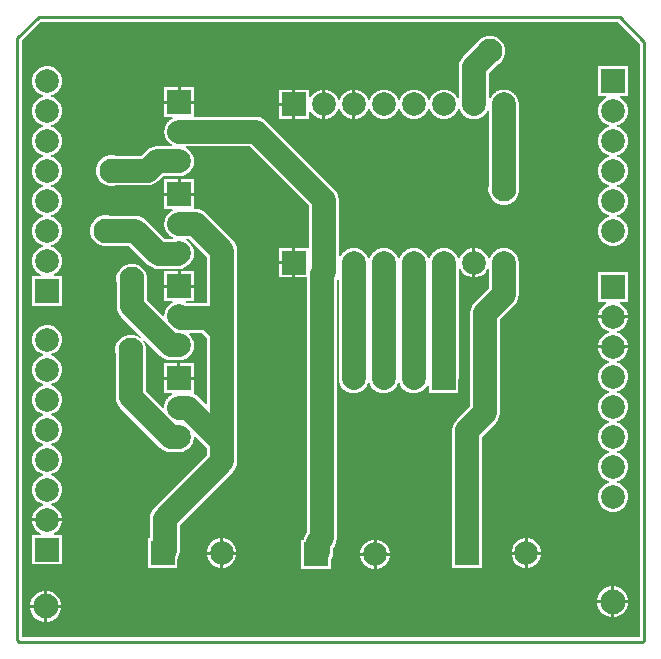
<source format=gbr>
G04*
G04 #@! TF.GenerationSoftware,Altium Limited,Altium Designer,22.4.2 (48)*
G04*
G04 Layer_Physical_Order=2*
G04 Layer_Color=16711680*
%FSLAX44Y44*%
%MOMM*%
G71*
G04*
G04 #@! TF.SameCoordinates,3517102E-CA2B-4814-AB3A-28068C8F3B0D*
G04*
G04*
G04 #@! TF.FilePolarity,Positive*
G04*
G01*
G75*
%ADD10C,2.0000*%
%ADD11C,2.0000*%
%ADD12R,2.0000X2.0000*%
%ADD13R,2.0000X2.0000*%
%ADD14C,2.1000*%
%ADD15C,0.2540*%
G36*
X1277115Y1056391D02*
Y553885D01*
X753885D01*
Y1059391D01*
X769609Y1075115D01*
X1258391D01*
X1277115Y1056391D01*
D02*
G37*
%LPC*%
G36*
X1008330Y1017540D02*
X1007949D01*
X1004760Y1016685D01*
X1001900Y1015034D01*
X999566Y1012700D01*
X998617Y1011056D01*
X996955Y1010719D01*
X996740Y1010882D01*
Y1017540D01*
X985470D01*
Y1005000D01*
Y992460D01*
X996740D01*
Y999118D01*
X996955Y999281D01*
X998617Y998944D01*
X999566Y997300D01*
X1001900Y994966D01*
X1004760Y993315D01*
X1007949Y992460D01*
X1008330D01*
Y1005000D01*
Y1017540D01*
D02*
G37*
G36*
X1151717Y1063040D02*
X1148283D01*
X1144967Y1062151D01*
X1141993Y1060435D01*
X1139565Y1058007D01*
X1138809Y1056696D01*
X1127656Y1045544D01*
X1125646Y1042924D01*
X1124383Y1039874D01*
X1123952Y1036600D01*
X1123952Y1036600D01*
Y1010533D01*
X1122682Y1010193D01*
X1121235Y1012700D01*
X1118900Y1015034D01*
X1116040Y1016685D01*
X1112851Y1017540D01*
X1109549D01*
X1106360Y1016685D01*
X1103500Y1015034D01*
X1101165Y1012700D01*
X1099515Y1009840D01*
X1099157Y1008507D01*
X1097843D01*
X1097485Y1009840D01*
X1095835Y1012700D01*
X1093500Y1015034D01*
X1090640Y1016685D01*
X1087451Y1017540D01*
X1084149D01*
X1080960Y1016685D01*
X1078100Y1015034D01*
X1075766Y1012700D01*
X1074115Y1009840D01*
X1073757Y1008507D01*
X1072443D01*
X1072085Y1009840D01*
X1070434Y1012700D01*
X1068100Y1015034D01*
X1065240Y1016685D01*
X1062051Y1017540D01*
X1058749D01*
X1055560Y1016685D01*
X1052700Y1015034D01*
X1050366Y1012700D01*
X1048715Y1009840D01*
X1048357Y1008507D01*
X1047043D01*
X1046685Y1009840D01*
X1045034Y1012700D01*
X1042700Y1015034D01*
X1039840Y1016685D01*
X1036651Y1017540D01*
X1036270D01*
Y1005000D01*
Y992460D01*
X1036651D01*
X1039840Y993315D01*
X1042700Y994966D01*
X1045034Y997300D01*
X1046685Y1000160D01*
X1047043Y1001493D01*
X1048357D01*
X1048715Y1000160D01*
X1050366Y997300D01*
X1052700Y994966D01*
X1055560Y993315D01*
X1058749Y992460D01*
X1062051D01*
X1065240Y993315D01*
X1068100Y994966D01*
X1070434Y997300D01*
X1072085Y1000160D01*
X1072443Y1001493D01*
X1073757D01*
X1074115Y1000160D01*
X1075766Y997300D01*
X1078100Y994966D01*
X1080960Y993315D01*
X1084149Y992460D01*
X1087451D01*
X1090640Y993315D01*
X1093500Y994966D01*
X1095835Y997300D01*
X1097485Y1000160D01*
X1097843Y1001493D01*
X1099157D01*
X1099515Y1000160D01*
X1101165Y997300D01*
X1103500Y994966D01*
X1106360Y993315D01*
X1109549Y992460D01*
X1112851D01*
X1116040Y993315D01*
X1118900Y994966D01*
X1121235Y997300D01*
X1122885Y1000160D01*
X1123209Y1001369D01*
X1124527Y1001379D01*
X1124700Y1000960D01*
X1124915Y1000160D01*
X1125329Y999442D01*
X1125646Y998676D01*
X1126151Y998018D01*
X1126565Y997300D01*
X1127152Y996714D01*
X1127656Y996056D01*
X1128314Y995552D01*
X1128900Y994966D01*
X1129618Y994551D01*
X1130276Y994046D01*
X1131042Y993729D01*
X1131760Y993315D01*
X1132561Y993100D01*
X1133326Y992783D01*
X1134148Y992675D01*
X1134949Y992460D01*
X1135778D01*
X1136600Y992352D01*
X1137422Y992460D01*
X1138251D01*
X1139052Y992675D01*
X1139874Y992783D01*
X1140639Y993100D01*
X1141440Y993315D01*
X1142158Y993729D01*
X1142924Y994046D01*
X1143582Y994551D01*
X1144300Y994966D01*
X1144886Y995552D01*
X1145544Y996056D01*
X1146048Y996714D01*
X1146635Y997300D01*
X1147049Y998018D01*
X1147554Y998676D01*
X1147871Y999442D01*
X1148082Y999807D01*
X1149352Y999467D01*
Y936179D01*
X1148960Y934717D01*
Y931283D01*
X1149849Y927967D01*
X1151565Y924993D01*
X1153993Y922565D01*
X1156967Y920849D01*
X1160283Y919960D01*
X1163717D01*
X1167033Y920849D01*
X1170007Y922565D01*
X1172435Y924993D01*
X1174151Y927967D01*
X1175040Y931283D01*
Y934717D01*
X1174648Y936179D01*
Y1005000D01*
X1174540Y1005822D01*
Y1006651D01*
X1174325Y1007452D01*
X1174217Y1008274D01*
X1173900Y1009040D01*
X1173685Y1009840D01*
X1173271Y1010558D01*
X1172954Y1011324D01*
X1172449Y1011982D01*
X1172035Y1012700D01*
X1171448Y1013286D01*
X1170944Y1013944D01*
X1170286Y1014448D01*
X1169700Y1015034D01*
X1168982Y1015449D01*
X1168324Y1015954D01*
X1167558Y1016271D01*
X1166840Y1016685D01*
X1166040Y1016900D01*
X1165274Y1017217D01*
X1164452Y1017325D01*
X1163651Y1017540D01*
X1162822D01*
X1162000Y1017648D01*
X1161178Y1017540D01*
X1160349D01*
X1159548Y1017325D01*
X1158726Y1017217D01*
X1157961Y1016900D01*
X1157160Y1016685D01*
X1156442Y1016271D01*
X1155676Y1015954D01*
X1155018Y1015449D01*
X1154300Y1015034D01*
X1153714Y1014448D01*
X1153056Y1013944D01*
X1152552Y1013286D01*
X1151965Y1012700D01*
X1151551Y1011982D01*
X1151046Y1011324D01*
X1150729Y1010558D01*
X1150518Y1010193D01*
X1149248Y1010533D01*
Y1031361D01*
X1156696Y1038809D01*
X1158007Y1039565D01*
X1160435Y1041993D01*
X1162151Y1044967D01*
X1163040Y1048283D01*
Y1051717D01*
X1162151Y1055033D01*
X1160435Y1058007D01*
X1158007Y1060435D01*
X1155033Y1062151D01*
X1151717Y1063040D01*
D02*
G37*
G36*
X1033730Y1017540D02*
X1033349D01*
X1030160Y1016685D01*
X1027300Y1015034D01*
X1024966Y1012700D01*
X1023315Y1009840D01*
X1022957Y1008507D01*
X1021643D01*
X1021285Y1009840D01*
X1019634Y1012700D01*
X1017300Y1015034D01*
X1014440Y1016685D01*
X1011251Y1017540D01*
X1010870D01*
Y1005000D01*
Y992460D01*
X1011251D01*
X1014440Y993315D01*
X1017300Y994966D01*
X1019634Y997300D01*
X1021285Y1000160D01*
X1021643Y1001493D01*
X1022957D01*
X1023315Y1000160D01*
X1024966Y997300D01*
X1027300Y994966D01*
X1030160Y993315D01*
X1033349Y992460D01*
X1033730D01*
Y1005000D01*
Y1017540D01*
D02*
G37*
G36*
X899540Y1019540D02*
X888270D01*
Y1008270D01*
X899540D01*
Y1019540D01*
D02*
G37*
G36*
X885730D02*
X874460D01*
Y1008270D01*
X885730D01*
Y1019540D01*
D02*
G37*
G36*
X982930Y1017540D02*
X971660D01*
Y1006270D01*
X982930D01*
Y1017540D01*
D02*
G37*
G36*
Y1003730D02*
X971660D01*
Y992460D01*
X982930D01*
Y1003730D01*
D02*
G37*
G36*
X899540Y1005730D02*
X887000D01*
X874460D01*
Y994460D01*
X880961D01*
X881442Y993271D01*
X880676Y992954D01*
X880018Y992449D01*
X879301Y992035D01*
X878714Y991449D01*
X878057Y990944D01*
X877552Y990286D01*
X876966Y989700D01*
X876551Y988982D01*
X876047Y988325D01*
X875729Y987559D01*
X875315Y986841D01*
X875100Y986040D01*
X874783Y985274D01*
X874675Y984452D01*
X874460Y983651D01*
Y982822D01*
X874352Y982000D01*
X874460Y981179D01*
Y980350D01*
X874675Y979549D01*
X874783Y978727D01*
X875100Y977961D01*
X875315Y977160D01*
X875729Y976442D01*
X876047Y975676D01*
X876551Y975018D01*
X876966Y974301D01*
X877552Y973715D01*
X878057Y973057D01*
X878714Y972552D01*
X879301Y971966D01*
X880018Y971551D01*
X880676Y971047D01*
X880986Y970918D01*
X880733Y969648D01*
X868333D01*
X868333Y969648D01*
X865060Y969217D01*
X862009Y967954D01*
X859389Y965944D01*
X855094Y961648D01*
X833179D01*
X831717Y962040D01*
X828283D01*
X824967Y961151D01*
X821993Y959435D01*
X819565Y957007D01*
X817849Y954033D01*
X816960Y950717D01*
Y947283D01*
X817849Y943967D01*
X819565Y940993D01*
X821993Y938565D01*
X824967Y936849D01*
X828283Y935960D01*
X831717D01*
X833179Y936352D01*
X860333D01*
X860333Y936352D01*
X863606Y936783D01*
X866657Y938046D01*
X869277Y940056D01*
X873572Y944352D01*
X887000D01*
X887822Y944460D01*
X888651D01*
X889452Y944675D01*
X890274Y944783D01*
X891040Y945100D01*
X891841Y945315D01*
X892558Y945729D01*
X893324Y946047D01*
X893982Y946551D01*
X894700Y946966D01*
X895286Y947552D01*
X895944Y948056D01*
X896449Y948714D01*
X897035Y949301D01*
X897449Y950018D01*
X897954Y950676D01*
X898271Y951442D01*
X898686Y952160D01*
X898900Y952961D01*
X899217Y953727D01*
X899326Y954548D01*
X899540Y955349D01*
Y956178D01*
X899648Y957000D01*
X899540Y957822D01*
Y958651D01*
X899326Y959452D01*
X899217Y960274D01*
X898900Y961040D01*
X898686Y961840D01*
X898271Y962558D01*
X897954Y963324D01*
X897449Y963982D01*
X897035Y964700D01*
X896449Y965286D01*
X895944Y965944D01*
X895286Y966449D01*
X894700Y967035D01*
X893982Y967449D01*
X893324Y967954D01*
X893015Y968082D01*
X893267Y969352D01*
X946760D01*
X996952Y919161D01*
Y884723D01*
X996740Y883540D01*
X985470D01*
Y871000D01*
Y858460D01*
X995352D01*
Y642741D01*
X994046Y641040D01*
X992783Y637990D01*
X992592Y636540D01*
X990460D01*
Y624822D01*
X990352Y624000D01*
X990460Y623178D01*
Y611460D01*
X1002178D01*
X1003000Y611352D01*
X1003822Y611460D01*
X1015540D01*
Y619137D01*
X1015954Y619676D01*
X1017217Y622727D01*
X1017648Y626000D01*
Y629691D01*
X1018954Y631392D01*
X1020217Y634442D01*
X1020648Y637716D01*
X1020648Y637716D01*
Y856555D01*
X1020882Y856770D01*
X1022152Y856214D01*
Y773000D01*
X1022260Y772178D01*
Y771349D01*
X1022475Y770548D01*
X1022583Y769726D01*
X1022900Y768960D01*
X1023115Y768160D01*
X1023529Y767442D01*
X1023846Y766676D01*
X1024351Y766018D01*
X1024765Y765300D01*
X1025352Y764714D01*
X1025856Y764056D01*
X1026514Y763552D01*
X1027100Y762965D01*
X1027818Y762551D01*
X1028476Y762046D01*
X1029242Y761729D01*
X1029960Y761315D01*
X1030760Y761100D01*
X1031526Y760783D01*
X1032348Y760675D01*
X1033149Y760460D01*
X1033978D01*
X1034800Y760352D01*
X1035622Y760460D01*
X1036451D01*
X1037252Y760675D01*
X1038074Y760783D01*
X1038839Y761100D01*
X1039640Y761315D01*
X1040358Y761729D01*
X1041124Y762046D01*
X1041782Y762551D01*
X1042500Y762965D01*
X1043086Y763552D01*
X1043744Y764056D01*
X1044248Y764714D01*
X1044835Y765300D01*
X1045249Y766018D01*
X1045754Y766676D01*
X1046071Y767442D01*
X1046485Y768160D01*
X1046700Y768960D01*
X1046813Y769233D01*
X1048187D01*
X1048300Y768960D01*
X1048515Y768160D01*
X1048929Y767442D01*
X1049246Y766676D01*
X1049751Y766018D01*
X1050165Y765300D01*
X1050752Y764714D01*
X1051256Y764056D01*
X1051914Y763552D01*
X1052500Y762965D01*
X1053218Y762551D01*
X1053876Y762046D01*
X1054642Y761729D01*
X1055360Y761315D01*
X1056161Y761100D01*
X1056926Y760783D01*
X1057748Y760675D01*
X1058549Y760460D01*
X1059378D01*
X1060200Y760352D01*
X1061022Y760460D01*
X1061851D01*
X1062652Y760675D01*
X1063474Y760783D01*
X1064240Y761100D01*
X1065040Y761315D01*
X1065758Y761729D01*
X1066524Y762046D01*
X1067182Y762551D01*
X1067900Y762965D01*
X1068486Y763552D01*
X1069144Y764056D01*
X1069648Y764714D01*
X1070235Y765300D01*
X1070649Y766018D01*
X1071154Y766676D01*
X1071471Y767442D01*
X1071885Y768160D01*
X1072100Y768960D01*
X1072213Y769233D01*
X1073587D01*
X1073700Y768960D01*
X1073915Y768160D01*
X1074329Y767442D01*
X1074646Y766676D01*
X1075151Y766018D01*
X1075565Y765300D01*
X1076152Y764714D01*
X1076656Y764056D01*
X1077314Y763552D01*
X1077900Y762965D01*
X1078618Y762551D01*
X1079276Y762046D01*
X1080042Y761729D01*
X1080760Y761315D01*
X1081561Y761100D01*
X1082326Y760783D01*
X1083148Y760675D01*
X1083949Y760460D01*
X1084778D01*
X1085600Y760352D01*
X1086422Y760460D01*
X1087251D01*
X1088052Y760675D01*
X1088874Y760783D01*
X1089640Y761100D01*
X1090440Y761315D01*
X1091158Y761729D01*
X1091924Y762046D01*
X1092582Y762551D01*
X1093300Y762965D01*
X1093886Y763552D01*
X1094544Y764056D01*
X1095048Y764714D01*
X1095635Y765300D01*
X1096049Y766018D01*
X1096554Y766676D01*
X1096645Y766897D01*
X1097789Y767334D01*
X1098244Y767281D01*
X1098460Y767118D01*
Y760460D01*
X1110178D01*
X1111000Y760352D01*
X1111822Y760460D01*
X1123540D01*
Y772178D01*
X1123648Y773000D01*
Y865979D01*
X1124915Y866160D01*
X1126565Y863301D01*
X1128900Y860966D01*
X1131760Y859315D01*
X1134949Y858460D01*
X1135330D01*
Y871000D01*
Y883540D01*
X1134949D01*
X1131760Y882686D01*
X1128900Y881035D01*
X1126565Y878700D01*
X1124915Y875841D01*
X1124591Y874631D01*
X1123273Y874622D01*
X1123100Y875040D01*
X1122885Y875841D01*
X1122471Y876559D01*
X1122154Y877324D01*
X1121649Y877982D01*
X1121235Y878700D01*
X1120648Y879286D01*
X1120144Y879944D01*
X1119486Y880449D01*
X1118900Y881035D01*
X1118182Y881449D01*
X1117524Y881954D01*
X1116758Y882271D01*
X1116040Y882686D01*
X1115240Y882900D01*
X1114474Y883218D01*
X1113652Y883326D01*
X1112851Y883540D01*
X1112022D01*
X1111200Y883649D01*
X1110378Y883540D01*
X1109549D01*
X1108748Y883326D01*
X1107926Y883218D01*
X1107160Y882900D01*
X1106360Y882686D01*
X1105642Y882271D01*
X1104876Y881954D01*
X1104218Y881449D01*
X1103500Y881035D01*
X1102914Y880449D01*
X1102256Y879944D01*
X1102056Y879744D01*
X1101552Y879086D01*
X1101165Y878700D01*
X1100892Y878227D01*
X1100046Y877124D01*
X1099129Y874909D01*
X1097754D01*
X1097700Y875040D01*
X1097485Y875841D01*
X1097071Y876559D01*
X1096754Y877324D01*
X1096249Y877982D01*
X1095835Y878700D01*
X1095248Y879286D01*
X1094744Y879944D01*
X1094086Y880449D01*
X1093500Y881035D01*
X1092782Y881449D01*
X1092124Y881954D01*
X1091358Y882271D01*
X1090640Y882686D01*
X1089840Y882900D01*
X1089074Y883218D01*
X1088251Y883326D01*
X1087451Y883540D01*
X1086622D01*
X1085800Y883649D01*
X1084978Y883540D01*
X1084149D01*
X1083348Y883326D01*
X1082526Y883218D01*
X1081760Y882900D01*
X1080960Y882686D01*
X1080242Y882271D01*
X1079476Y881954D01*
X1078818Y881449D01*
X1078100Y881035D01*
X1077514Y880449D01*
X1076856Y879944D01*
X1076656Y879744D01*
X1076152Y879086D01*
X1075766Y878700D01*
X1075492Y878227D01*
X1074646Y877124D01*
X1073729Y874909D01*
X1072354D01*
X1072300Y875040D01*
X1072085Y875841D01*
X1071671Y876559D01*
X1071354Y877324D01*
X1070849Y877982D01*
X1070434Y878700D01*
X1069848Y879286D01*
X1069344Y879944D01*
X1068686Y880449D01*
X1068100Y881035D01*
X1067382Y881449D01*
X1066724Y881954D01*
X1065958Y882271D01*
X1065240Y882686D01*
X1064440Y882900D01*
X1063674Y883218D01*
X1062851Y883326D01*
X1062051Y883540D01*
X1061222D01*
X1060400Y883649D01*
X1059578Y883540D01*
X1058749D01*
X1057948Y883326D01*
X1057126Y883218D01*
X1056360Y882900D01*
X1055560Y882686D01*
X1054842Y882271D01*
X1054076Y881954D01*
X1053418Y881449D01*
X1052700Y881035D01*
X1052114Y880449D01*
X1051456Y879944D01*
X1051256Y879744D01*
X1050752Y879086D01*
X1050366Y878700D01*
X1050092Y878227D01*
X1049246Y877124D01*
X1048329Y874909D01*
X1046954D01*
X1046900Y875040D01*
X1046685Y875841D01*
X1046271Y876559D01*
X1045954Y877324D01*
X1045449Y877982D01*
X1045034Y878700D01*
X1044448Y879286D01*
X1043944Y879944D01*
X1043286Y880449D01*
X1042700Y881035D01*
X1041982Y881449D01*
X1041324Y881954D01*
X1040558Y882271D01*
X1039840Y882686D01*
X1039040Y882900D01*
X1038274Y883218D01*
X1037451Y883326D01*
X1036651Y883540D01*
X1035822D01*
X1035000Y883649D01*
X1034178Y883540D01*
X1033349D01*
X1032548Y883326D01*
X1031726Y883218D01*
X1030960Y882900D01*
X1030160Y882686D01*
X1029442Y882271D01*
X1028676Y881954D01*
X1028018Y881449D01*
X1027300Y881035D01*
X1026714Y880449D01*
X1026056Y879944D01*
X1025856Y879744D01*
X1025352Y879086D01*
X1024966Y878700D01*
X1024693Y878227D01*
X1023846Y877124D01*
X1023476Y876231D01*
X1022248Y876585D01*
Y924400D01*
X1021817Y927674D01*
X1020554Y930724D01*
X1018544Y933344D01*
X1018543Y933344D01*
X960943Y990944D01*
X958324Y992954D01*
X955273Y994218D01*
X952000Y994649D01*
X951999Y994649D01*
X899540D01*
Y1005730D01*
D02*
G37*
G36*
X899540Y941540D02*
X888270D01*
Y930270D01*
X899540D01*
Y941540D01*
D02*
G37*
G36*
X885730D02*
X874460D01*
Y930270D01*
X885730D01*
Y941540D01*
D02*
G37*
G36*
X899540Y927730D02*
X887000D01*
X874460D01*
Y916460D01*
X880961D01*
X881442Y915271D01*
X880676Y914954D01*
X880018Y914449D01*
X879300Y914035D01*
X878714Y913448D01*
X878056Y912944D01*
X877552Y912286D01*
X876965Y911700D01*
X876551Y910982D01*
X876046Y910324D01*
X875729Y909558D01*
X875315Y908840D01*
X875100Y908039D01*
X874783Y907274D01*
X874675Y906452D01*
X874460Y905651D01*
Y904822D01*
X874352Y904000D01*
X874460Y903178D01*
Y902349D01*
X874675Y901548D01*
X874783Y900726D01*
X875100Y899960D01*
X875315Y899160D01*
X875729Y898442D01*
X876046Y897676D01*
X876551Y897018D01*
X876965Y896300D01*
X877552Y895714D01*
X878056Y895056D01*
X878714Y894552D01*
X879300Y893966D01*
X880018Y893551D01*
X880676Y893046D01*
X881442Y892729D01*
X881926Y892449D01*
X882237Y891598D01*
X882306Y890960D01*
X882045Y890648D01*
X875239D01*
X858944Y906944D01*
X856324Y908954D01*
X853274Y910217D01*
X850000Y910648D01*
X850000Y910648D01*
X828179D01*
X826717Y911040D01*
X823283D01*
X819967Y910151D01*
X816993Y908435D01*
X814565Y906007D01*
X812849Y903033D01*
X811960Y899717D01*
Y896283D01*
X812849Y892967D01*
X814565Y889993D01*
X816993Y887565D01*
X819967Y885849D01*
X823283Y884960D01*
X826717D01*
X828179Y885352D01*
X844761D01*
X861056Y869056D01*
X861056Y869056D01*
X863676Y867046D01*
X866726Y865783D01*
X870000Y865352D01*
X870000Y865352D01*
X886000D01*
X886000Y865352D01*
X889274Y865783D01*
X892324Y867046D01*
X894944Y869056D01*
X895944Y870056D01*
X896448Y870714D01*
X897035Y871300D01*
X897449Y872018D01*
X897954Y872676D01*
X898271Y873442D01*
X898685Y874159D01*
X898900Y874960D01*
X899217Y875726D01*
X899325Y876548D01*
X899540Y877349D01*
Y878178D01*
X899648Y879000D01*
X899540Y879822D01*
Y880651D01*
X899325Y881451D01*
X899217Y882273D01*
X898900Y883039D01*
X898685Y883840D01*
X898271Y884558D01*
X897954Y885324D01*
X897449Y885982D01*
X897035Y886700D01*
X896448Y887286D01*
X895944Y887943D01*
X895286Y888448D01*
X894700Y889034D01*
X893982Y889449D01*
X893324Y889954D01*
X893014Y890082D01*
X893267Y891352D01*
X895761D01*
X911068Y876045D01*
Y836648D01*
X893722D01*
X893324Y836954D01*
X892558Y837271D01*
X893038Y838460D01*
X899540D01*
Y849730D01*
X887000D01*
X874460D01*
Y838460D01*
X880962D01*
X881442Y837271D01*
X880676Y836954D01*
X880018Y836449D01*
X879300Y836034D01*
X878714Y835448D01*
X878056Y834943D01*
X877552Y834286D01*
X876965Y833699D01*
X876551Y832982D01*
X876046Y832324D01*
X875729Y831558D01*
X875315Y830840D01*
X875100Y830039D01*
X874783Y829273D01*
X874675Y828451D01*
X874460Y827651D01*
Y826822D01*
X874405Y826402D01*
X873385Y825922D01*
X873110Y825900D01*
X859648Y839362D01*
Y853821D01*
X860040Y855283D01*
Y858717D01*
X859151Y862033D01*
X857435Y865007D01*
X855007Y867435D01*
X852033Y869151D01*
X848717Y870040D01*
X845283D01*
X841967Y869151D01*
X838993Y867435D01*
X836565Y865007D01*
X834849Y862033D01*
X833960Y858717D01*
Y855283D01*
X834352Y853821D01*
Y834124D01*
X834352Y834123D01*
X834783Y830850D01*
X836046Y827799D01*
X838056Y825180D01*
X854903Y808334D01*
X854007Y807435D01*
X851033Y809151D01*
X847717Y810040D01*
X844283D01*
X840967Y809151D01*
X837993Y807435D01*
X835565Y805007D01*
X833849Y802033D01*
X832960Y798717D01*
Y795283D01*
X833352Y793821D01*
Y757124D01*
X833352Y757123D01*
X833783Y753850D01*
X835046Y750799D01*
X837056Y748180D01*
X870910Y714326D01*
X873530Y712316D01*
X876580Y711052D01*
X879854Y710621D01*
X879854Y710621D01*
X886730D01*
X887552Y710730D01*
X888381D01*
X889182Y710944D01*
X890004Y711052D01*
X890770Y711370D01*
X891570Y711584D01*
X892288Y711999D01*
X893054Y712316D01*
X893712Y712821D01*
X894430Y713235D01*
X895016Y713821D01*
X895674Y714326D01*
X896178Y714984D01*
X896765Y715570D01*
X897179Y716288D01*
X897684Y716945D01*
X898001Y717711D01*
X898415Y718429D01*
X898630Y719230D01*
X898947Y719996D01*
X899055Y720818D01*
X899270Y721619D01*
Y722448D01*
X899378Y723270D01*
X899277Y724040D01*
X899341Y724118D01*
X900540Y724573D01*
X911068Y714045D01*
Y707955D01*
X866056Y662944D01*
X864046Y660324D01*
X862783Y657274D01*
X862352Y654000D01*
X862352Y654000D01*
Y637540D01*
X860460D01*
Y625822D01*
X860352Y625000D01*
X860460Y624178D01*
Y612460D01*
X872178D01*
X873000Y612352D01*
X873822Y612460D01*
X885540D01*
Y620137D01*
X885954Y620676D01*
X887217Y623727D01*
X887648Y627000D01*
Y648761D01*
X932659Y693772D01*
X932659Y693772D01*
X934669Y696392D01*
X935933Y699442D01*
X936364Y702716D01*
X936364Y702716D01*
Y719284D01*
X936364Y719284D01*
X936364Y719285D01*
Y812284D01*
X936364Y812284D01*
X936364Y812284D01*
Y881284D01*
X935933Y884558D01*
X934669Y887608D01*
X932659Y890228D01*
X932659Y890228D01*
X909944Y912944D01*
X907324Y914954D01*
X904274Y916217D01*
X901000Y916648D01*
X901000Y916648D01*
X899540D01*
Y927730D01*
D02*
G37*
G36*
X1267140Y1037340D02*
X1242060D01*
Y1012260D01*
X1248718D01*
X1248881Y1012045D01*
X1248544Y1010383D01*
X1246900Y1009435D01*
X1244566Y1007100D01*
X1242915Y1004240D01*
X1242060Y1001051D01*
Y997749D01*
X1242915Y994560D01*
X1244566Y991700D01*
X1246900Y989365D01*
X1249760Y987715D01*
X1251093Y987357D01*
Y986043D01*
X1249760Y985685D01*
X1246900Y984035D01*
X1244566Y981700D01*
X1242915Y978840D01*
X1242060Y975651D01*
Y972349D01*
X1242915Y969160D01*
X1244566Y966300D01*
X1246900Y963966D01*
X1249760Y962315D01*
X1251093Y961957D01*
Y960643D01*
X1249760Y960285D01*
X1246900Y958634D01*
X1244566Y956300D01*
X1242915Y953440D01*
X1242060Y950251D01*
Y946949D01*
X1242915Y943760D01*
X1244566Y940900D01*
X1246900Y938566D01*
X1249760Y936915D01*
X1251093Y936557D01*
Y935243D01*
X1249760Y934885D01*
X1246900Y933234D01*
X1244566Y930900D01*
X1242915Y928040D01*
X1242060Y924851D01*
Y921549D01*
X1242915Y918360D01*
X1244566Y915500D01*
X1246900Y913166D01*
X1249760Y911515D01*
X1251093Y911157D01*
Y909843D01*
X1249760Y909485D01*
X1246900Y907834D01*
X1244566Y905500D01*
X1242915Y902640D01*
X1242060Y899451D01*
Y896149D01*
X1242915Y892960D01*
X1244566Y890100D01*
X1246900Y887766D01*
X1249760Y886115D01*
X1252949Y885260D01*
X1256251D01*
X1259440Y886115D01*
X1262300Y887766D01*
X1264634Y890100D01*
X1266285Y892960D01*
X1267140Y896149D01*
Y899451D01*
X1266285Y902640D01*
X1264634Y905500D01*
X1262300Y907834D01*
X1259440Y909485D01*
X1258107Y909843D01*
Y911157D01*
X1259440Y911515D01*
X1262300Y913166D01*
X1264634Y915500D01*
X1266285Y918360D01*
X1267140Y921549D01*
Y924851D01*
X1266285Y928040D01*
X1264634Y930900D01*
X1262300Y933234D01*
X1259440Y934885D01*
X1258107Y935243D01*
Y936557D01*
X1259440Y936915D01*
X1262300Y938566D01*
X1264634Y940900D01*
X1266285Y943760D01*
X1267140Y946949D01*
Y950251D01*
X1266285Y953440D01*
X1264634Y956300D01*
X1262300Y958634D01*
X1259440Y960285D01*
X1258107Y960643D01*
Y961957D01*
X1259440Y962315D01*
X1262300Y963966D01*
X1264634Y966300D01*
X1266285Y969160D01*
X1267140Y972349D01*
Y975651D01*
X1266285Y978840D01*
X1264634Y981700D01*
X1262300Y984035D01*
X1259440Y985685D01*
X1258107Y986043D01*
Y987357D01*
X1259440Y987715D01*
X1262300Y989365D01*
X1264634Y991700D01*
X1266285Y994560D01*
X1267140Y997749D01*
Y1001051D01*
X1266285Y1004240D01*
X1264634Y1007100D01*
X1262300Y1009435D01*
X1260656Y1010383D01*
X1260319Y1012045D01*
X1260482Y1012260D01*
X1267140D01*
Y1037340D01*
D02*
G37*
G36*
X1162000Y883649D02*
X1161178Y883540D01*
X1160349D01*
X1159548Y883326D01*
X1158726Y883217D01*
X1157961Y882900D01*
X1157160Y882686D01*
X1156442Y882271D01*
X1155676Y881954D01*
X1155018Y881449D01*
X1154300Y881035D01*
X1153714Y880449D01*
X1153056Y879944D01*
X1152552Y879286D01*
X1151965Y878700D01*
X1151551Y877982D01*
X1151046Y877324D01*
X1150729Y876559D01*
X1150315Y875841D01*
X1150100Y875040D01*
X1149927Y874622D01*
X1148609Y874631D01*
X1148285Y875841D01*
X1146635Y878700D01*
X1144300Y881035D01*
X1141440Y882686D01*
X1138251Y883540D01*
X1137870D01*
Y871000D01*
Y858460D01*
X1138251D01*
X1141440Y859315D01*
X1144300Y860966D01*
X1146635Y863301D01*
X1148082Y865807D01*
X1149352Y865467D01*
Y849239D01*
X1137056Y836944D01*
X1135046Y834324D01*
X1133783Y831274D01*
X1133352Y828000D01*
X1133352Y828000D01*
Y749239D01*
X1122056Y737944D01*
X1120046Y735324D01*
X1118783Y732274D01*
X1118352Y729000D01*
X1118352Y729000D01*
Y625000D01*
X1118460Y624178D01*
Y612460D01*
X1130178D01*
X1131000Y612352D01*
X1131822Y612460D01*
X1143540D01*
Y624178D01*
X1143648Y625000D01*
Y723761D01*
X1154943Y735056D01*
X1154944Y735056D01*
X1156954Y737676D01*
X1158217Y740726D01*
X1158648Y744000D01*
Y822761D01*
X1170944Y835056D01*
X1170944Y835056D01*
X1172954Y837676D01*
X1174217Y840726D01*
X1174648Y844000D01*
X1174648Y844000D01*
Y871000D01*
X1174540Y871822D01*
Y872651D01*
X1174325Y873452D01*
X1174217Y874274D01*
X1173900Y875040D01*
X1173685Y875841D01*
X1173271Y876559D01*
X1172954Y877324D01*
X1172449Y877982D01*
X1172035Y878700D01*
X1171448Y879286D01*
X1170944Y879944D01*
X1170286Y880449D01*
X1169700Y881035D01*
X1168982Y881449D01*
X1168324Y881954D01*
X1167558Y882271D01*
X1166840Y882686D01*
X1166040Y882900D01*
X1165274Y883217D01*
X1164452Y883326D01*
X1163651Y883540D01*
X1162822D01*
X1162000Y883649D01*
D02*
G37*
G36*
X982930Y883540D02*
X971660D01*
Y872270D01*
X982930D01*
Y883540D01*
D02*
G37*
G36*
Y869730D02*
X971660D01*
Y858460D01*
X982930D01*
Y869730D01*
D02*
G37*
G36*
X899540Y863540D02*
X888270D01*
Y852270D01*
X899540D01*
Y863540D01*
D02*
G37*
G36*
X885730D02*
X874460D01*
Y852270D01*
X885730D01*
Y863540D01*
D02*
G37*
G36*
X777051Y1037340D02*
X773749D01*
X770560Y1036485D01*
X767700Y1034835D01*
X765366Y1032500D01*
X763715Y1029640D01*
X762860Y1026451D01*
Y1023149D01*
X763715Y1019960D01*
X765366Y1017100D01*
X767700Y1014765D01*
X770560Y1013115D01*
X771893Y1012757D01*
Y1011443D01*
X770560Y1011085D01*
X767700Y1009435D01*
X765366Y1007100D01*
X763715Y1004240D01*
X762860Y1001051D01*
Y997749D01*
X763715Y994560D01*
X765366Y991700D01*
X767700Y989365D01*
X770560Y987715D01*
X771893Y987357D01*
Y986043D01*
X770560Y985685D01*
X767700Y984035D01*
X765366Y981700D01*
X763715Y978840D01*
X762860Y975651D01*
Y972349D01*
X763715Y969160D01*
X765366Y966300D01*
X767700Y963966D01*
X770560Y962315D01*
X771893Y961957D01*
Y960643D01*
X770560Y960285D01*
X767700Y958634D01*
X765366Y956300D01*
X763715Y953440D01*
X762860Y950251D01*
Y946949D01*
X763715Y943760D01*
X765366Y940900D01*
X767700Y938566D01*
X770560Y936915D01*
X771893Y936557D01*
Y935243D01*
X770560Y934885D01*
X767700Y933234D01*
X765366Y930900D01*
X763715Y928040D01*
X762860Y924851D01*
Y921549D01*
X763715Y918360D01*
X765366Y915500D01*
X767700Y913166D01*
X770560Y911515D01*
X771893Y911157D01*
Y909843D01*
X770560Y909485D01*
X767700Y907834D01*
X765366Y905500D01*
X763715Y902640D01*
X762860Y899451D01*
Y896149D01*
X763715Y892960D01*
X765366Y890100D01*
X767700Y887766D01*
X770560Y886115D01*
X771893Y885757D01*
Y884443D01*
X770560Y884085D01*
X767700Y882434D01*
X765366Y880100D01*
X763715Y877240D01*
X762860Y874051D01*
Y870749D01*
X763715Y867560D01*
X765366Y864700D01*
X767700Y862365D01*
X769344Y861417D01*
X769681Y859755D01*
X769518Y859540D01*
X762860D01*
Y834460D01*
X787940D01*
Y859540D01*
X781282D01*
X781119Y859755D01*
X781456Y861417D01*
X783100Y862365D01*
X785434Y864700D01*
X787085Y867560D01*
X787940Y870749D01*
Y874051D01*
X787085Y877240D01*
X785434Y880100D01*
X783100Y882434D01*
X780240Y884085D01*
X778907Y884443D01*
Y885757D01*
X780240Y886115D01*
X783100Y887766D01*
X785434Y890100D01*
X787085Y892960D01*
X787940Y896149D01*
Y899451D01*
X787085Y902640D01*
X785434Y905500D01*
X783100Y907834D01*
X780240Y909485D01*
X778907Y909843D01*
Y911157D01*
X780240Y911515D01*
X783100Y913166D01*
X785434Y915500D01*
X787085Y918360D01*
X787940Y921549D01*
Y924851D01*
X787085Y928040D01*
X785434Y930900D01*
X783100Y933234D01*
X780240Y934885D01*
X778907Y935243D01*
Y936557D01*
X780240Y936915D01*
X783100Y938566D01*
X785434Y940900D01*
X787085Y943760D01*
X787940Y946949D01*
Y950251D01*
X787085Y953440D01*
X785434Y956300D01*
X783100Y958634D01*
X780240Y960285D01*
X778907Y960643D01*
Y961957D01*
X780240Y962315D01*
X783100Y963966D01*
X785434Y966300D01*
X787085Y969160D01*
X787940Y972349D01*
Y975651D01*
X787085Y978840D01*
X785434Y981700D01*
X783100Y984035D01*
X780240Y985685D01*
X778907Y986043D01*
Y987357D01*
X780240Y987715D01*
X783100Y989365D01*
X785434Y991700D01*
X787085Y994560D01*
X787940Y997749D01*
Y1001051D01*
X787085Y1004240D01*
X785434Y1007100D01*
X783100Y1009435D01*
X780240Y1011085D01*
X778907Y1011443D01*
Y1012757D01*
X780240Y1013115D01*
X783100Y1014765D01*
X785434Y1017100D01*
X787085Y1019960D01*
X787940Y1023149D01*
Y1026451D01*
X787085Y1029640D01*
X785434Y1032500D01*
X783100Y1034835D01*
X780240Y1036485D01*
X777051Y1037340D01*
D02*
G37*
G36*
X1267140Y863140D02*
X1242060D01*
Y838060D01*
X1248718D01*
X1248881Y837844D01*
X1248544Y836183D01*
X1246900Y835235D01*
X1244566Y832900D01*
X1242915Y830040D01*
X1242060Y826851D01*
Y826470D01*
X1254600D01*
X1267140D01*
Y826851D01*
X1266285Y830040D01*
X1264634Y832900D01*
X1262300Y835235D01*
X1260656Y836183D01*
X1260319Y837844D01*
X1260482Y838060D01*
X1267140D01*
Y863140D01*
D02*
G37*
G36*
Y823930D02*
X1254600D01*
X1242060D01*
Y823549D01*
X1242915Y820360D01*
X1244566Y817500D01*
X1246900Y815165D01*
X1249760Y813515D01*
X1251093Y813157D01*
Y811843D01*
X1249760Y811485D01*
X1246900Y809835D01*
X1244566Y807500D01*
X1242915Y804640D01*
X1242060Y801451D01*
Y801070D01*
X1254600D01*
X1267140D01*
Y801451D01*
X1266285Y804640D01*
X1264634Y807500D01*
X1262300Y809835D01*
X1259440Y811485D01*
X1258107Y811843D01*
Y813157D01*
X1259440Y813515D01*
X1262300Y815165D01*
X1264634Y817500D01*
X1266285Y820360D01*
X1267140Y823549D01*
Y823930D01*
D02*
G37*
G36*
Y798530D02*
X1254600D01*
X1242060D01*
Y798149D01*
X1242915Y794960D01*
X1244566Y792100D01*
X1246900Y789765D01*
X1249760Y788115D01*
X1251093Y787757D01*
Y786443D01*
X1249760Y786085D01*
X1246900Y784435D01*
X1244566Y782100D01*
X1242915Y779240D01*
X1242060Y776051D01*
Y772749D01*
X1242915Y769560D01*
X1244566Y766700D01*
X1246900Y764365D01*
X1249760Y762715D01*
X1251093Y762357D01*
Y761043D01*
X1249760Y760685D01*
X1246900Y759035D01*
X1244566Y756700D01*
X1242915Y753840D01*
X1242060Y750651D01*
Y747349D01*
X1242915Y744160D01*
X1244566Y741300D01*
X1246900Y738966D01*
X1249760Y737315D01*
X1251093Y736957D01*
Y735643D01*
X1249760Y735285D01*
X1246900Y733634D01*
X1244566Y731300D01*
X1242915Y728440D01*
X1242060Y725251D01*
Y721949D01*
X1242915Y718760D01*
X1244566Y715900D01*
X1246900Y713566D01*
X1249760Y711915D01*
X1251093Y711557D01*
Y710243D01*
X1249760Y709885D01*
X1246900Y708234D01*
X1244566Y705900D01*
X1242915Y703040D01*
X1242060Y699851D01*
Y696549D01*
X1242915Y693360D01*
X1244566Y690500D01*
X1246900Y688166D01*
X1249760Y686515D01*
X1251093Y686157D01*
Y684843D01*
X1249760Y684485D01*
X1246900Y682834D01*
X1244566Y680500D01*
X1242915Y677640D01*
X1242060Y674451D01*
Y671149D01*
X1242915Y667960D01*
X1244566Y665100D01*
X1246900Y662766D01*
X1249760Y661115D01*
X1252949Y660260D01*
X1256251D01*
X1259440Y661115D01*
X1262300Y662766D01*
X1264634Y665100D01*
X1266285Y667960D01*
X1267140Y671149D01*
Y674451D01*
X1266285Y677640D01*
X1264634Y680500D01*
X1262300Y682834D01*
X1259440Y684485D01*
X1258107Y684843D01*
Y686157D01*
X1259440Y686515D01*
X1262300Y688166D01*
X1264634Y690500D01*
X1266285Y693360D01*
X1267140Y696549D01*
Y699851D01*
X1266285Y703040D01*
X1264634Y705900D01*
X1262300Y708234D01*
X1259440Y709885D01*
X1258107Y710243D01*
Y711557D01*
X1259440Y711915D01*
X1262300Y713566D01*
X1264634Y715900D01*
X1266285Y718760D01*
X1267140Y721949D01*
Y725251D01*
X1266285Y728440D01*
X1264634Y731300D01*
X1262300Y733634D01*
X1259440Y735285D01*
X1258107Y735643D01*
Y736957D01*
X1259440Y737315D01*
X1262300Y738966D01*
X1264634Y741300D01*
X1266285Y744160D01*
X1267140Y747349D01*
Y750651D01*
X1266285Y753840D01*
X1264634Y756700D01*
X1262300Y759035D01*
X1259440Y760685D01*
X1258107Y761043D01*
Y762357D01*
X1259440Y762715D01*
X1262300Y764365D01*
X1264634Y766700D01*
X1266285Y769560D01*
X1267140Y772749D01*
Y776051D01*
X1266285Y779240D01*
X1264634Y782100D01*
X1262300Y784435D01*
X1259440Y786085D01*
X1258107Y786443D01*
Y787757D01*
X1259440Y788115D01*
X1262300Y789765D01*
X1264634Y792100D01*
X1266285Y794960D01*
X1267140Y798149D01*
Y798530D01*
D02*
G37*
G36*
X777051Y818340D02*
X773749D01*
X770560Y817485D01*
X767700Y815835D01*
X765366Y813500D01*
X763715Y810640D01*
X762860Y807451D01*
Y804149D01*
X763715Y800960D01*
X765366Y798100D01*
X767700Y795766D01*
X770560Y794115D01*
X771893Y793757D01*
Y792443D01*
X770560Y792085D01*
X767700Y790434D01*
X765366Y788100D01*
X763715Y785240D01*
X762860Y782051D01*
Y778749D01*
X763715Y775560D01*
X765366Y772700D01*
X767700Y770366D01*
X770560Y768715D01*
X771893Y768357D01*
Y767043D01*
X770560Y766685D01*
X767700Y765034D01*
X765366Y762700D01*
X763715Y759840D01*
X762860Y756651D01*
Y753349D01*
X763715Y750160D01*
X765366Y747300D01*
X767700Y744966D01*
X770560Y743315D01*
X771893Y742957D01*
Y741643D01*
X770560Y741285D01*
X767700Y739634D01*
X765366Y737300D01*
X763715Y734440D01*
X762860Y731251D01*
Y727949D01*
X763715Y724760D01*
X765366Y721900D01*
X767700Y719566D01*
X770560Y717915D01*
X771893Y717557D01*
Y716243D01*
X770560Y715885D01*
X767700Y714234D01*
X765366Y711900D01*
X763715Y709040D01*
X762860Y705851D01*
Y702549D01*
X763715Y699360D01*
X765366Y696500D01*
X767700Y694165D01*
X770560Y692515D01*
X771893Y692157D01*
Y690843D01*
X770560Y690485D01*
X767700Y688835D01*
X765366Y686500D01*
X763715Y683640D01*
X762860Y680451D01*
Y677149D01*
X763715Y673960D01*
X765366Y671100D01*
X767700Y668765D01*
X770560Y667115D01*
X771893Y666757D01*
Y665443D01*
X770560Y665085D01*
X767700Y663435D01*
X765366Y661100D01*
X763715Y658240D01*
X762860Y655051D01*
Y654670D01*
X775400D01*
X787940D01*
Y655051D01*
X787085Y658240D01*
X785434Y661100D01*
X783100Y663435D01*
X780240Y665085D01*
X778907Y665443D01*
Y666757D01*
X780240Y667115D01*
X783100Y668765D01*
X785434Y671100D01*
X787085Y673960D01*
X787940Y677149D01*
Y680451D01*
X787085Y683640D01*
X785434Y686500D01*
X783100Y688835D01*
X780240Y690485D01*
X778907Y690843D01*
Y692157D01*
X780240Y692515D01*
X783100Y694165D01*
X785434Y696500D01*
X787085Y699360D01*
X787940Y702549D01*
Y705851D01*
X787085Y709040D01*
X785434Y711900D01*
X783100Y714234D01*
X780240Y715885D01*
X778907Y716243D01*
Y717557D01*
X780240Y717915D01*
X783100Y719566D01*
X785434Y721900D01*
X787085Y724760D01*
X787940Y727949D01*
Y731251D01*
X787085Y734440D01*
X785434Y737300D01*
X783100Y739634D01*
X780240Y741285D01*
X778907Y741643D01*
Y742957D01*
X780240Y743315D01*
X783100Y744966D01*
X785434Y747300D01*
X787085Y750160D01*
X787940Y753349D01*
Y756651D01*
X787085Y759840D01*
X785434Y762700D01*
X783100Y765034D01*
X780240Y766685D01*
X778907Y767043D01*
Y768357D01*
X780240Y768715D01*
X783100Y770366D01*
X785434Y772700D01*
X787085Y775560D01*
X787940Y778749D01*
Y782051D01*
X787085Y785240D01*
X785434Y788100D01*
X783100Y790434D01*
X780240Y792085D01*
X778907Y792443D01*
Y793757D01*
X780240Y794115D01*
X783100Y795766D01*
X785434Y798100D01*
X787085Y800960D01*
X787940Y804149D01*
Y807451D01*
X787085Y810640D01*
X785434Y813500D01*
X783100Y815835D01*
X780240Y817485D01*
X777051Y818340D01*
D02*
G37*
G36*
X1182651Y637540D02*
X1182270D01*
Y626270D01*
X1193540D01*
Y626651D01*
X1192685Y629841D01*
X1191034Y632700D01*
X1188700Y635035D01*
X1185840Y636686D01*
X1182651Y637540D01*
D02*
G37*
G36*
X1179730D02*
X1179349D01*
X1176160Y636686D01*
X1173300Y635035D01*
X1170965Y632700D01*
X1169315Y629841D01*
X1168460Y626651D01*
Y626270D01*
X1179730D01*
Y637540D01*
D02*
G37*
G36*
X924651D02*
X924270D01*
Y626270D01*
X935540D01*
Y626651D01*
X934685Y629841D01*
X933035Y632700D01*
X930700Y635035D01*
X927840Y636686D01*
X924651Y637540D01*
D02*
G37*
G36*
X921730D02*
X921349D01*
X918160Y636686D01*
X915300Y635035D01*
X912965Y632700D01*
X911315Y629841D01*
X910460Y626651D01*
Y626270D01*
X921730D01*
Y637540D01*
D02*
G37*
G36*
X1054651Y636540D02*
X1054270D01*
Y625270D01*
X1065540D01*
Y625651D01*
X1064685Y628840D01*
X1063035Y631700D01*
X1060700Y634035D01*
X1057840Y635686D01*
X1054651Y636540D01*
D02*
G37*
G36*
X1051730D02*
X1051349D01*
X1048160Y635686D01*
X1045300Y634035D01*
X1042965Y631700D01*
X1041315Y628840D01*
X1040460Y625651D01*
Y625270D01*
X1051730D01*
Y636540D01*
D02*
G37*
G36*
X787940Y652130D02*
X775400D01*
X762860D01*
Y651749D01*
X763715Y648560D01*
X765366Y645700D01*
X767700Y643365D01*
X769344Y642417D01*
X769681Y640755D01*
X769518Y640540D01*
X762860D01*
Y615460D01*
X787940D01*
Y640540D01*
X781282D01*
X781119Y640755D01*
X781456Y642417D01*
X783100Y643365D01*
X785434Y645700D01*
X787085Y648560D01*
X787940Y651749D01*
Y652130D01*
D02*
G37*
G36*
X1193540Y623730D02*
X1182270D01*
Y612460D01*
X1182651D01*
X1185840Y613315D01*
X1188700Y614966D01*
X1191034Y617300D01*
X1192685Y620160D01*
X1193540Y623349D01*
Y623730D01*
D02*
G37*
G36*
X1179730D02*
X1168460D01*
Y623349D01*
X1169315Y620160D01*
X1170965Y617300D01*
X1173300Y614966D01*
X1176160Y613315D01*
X1179349Y612460D01*
X1179730D01*
Y623730D01*
D02*
G37*
G36*
X935540D02*
X924270D01*
Y612460D01*
X924651D01*
X927840Y613315D01*
X930700Y614966D01*
X933035Y617300D01*
X934685Y620160D01*
X935540Y623349D01*
Y623730D01*
D02*
G37*
G36*
X921730D02*
X910460D01*
Y623349D01*
X911315Y620160D01*
X912965Y617300D01*
X915300Y614966D01*
X918160Y613315D01*
X921349Y612460D01*
X921730D01*
Y623730D01*
D02*
G37*
G36*
X1065540Y622730D02*
X1054270D01*
Y611460D01*
X1054651D01*
X1057840Y612315D01*
X1060700Y613966D01*
X1063035Y616301D01*
X1064685Y619160D01*
X1065540Y622349D01*
Y622730D01*
D02*
G37*
G36*
X1051730D02*
X1040460D01*
Y622349D01*
X1041315Y619160D01*
X1042965Y616301D01*
X1045300Y613966D01*
X1048160Y612315D01*
X1051349Y611460D01*
X1051730D01*
Y622730D01*
D02*
G37*
G36*
X1255717Y597040D02*
X1255270D01*
Y585270D01*
X1267040D01*
Y585717D01*
X1266151Y589033D01*
X1264435Y592007D01*
X1262007Y594435D01*
X1259033Y596151D01*
X1255717Y597040D01*
D02*
G37*
G36*
X1252730D02*
X1252283D01*
X1248967Y596151D01*
X1245993Y594435D01*
X1243565Y592007D01*
X1241849Y589033D01*
X1240960Y585717D01*
Y585270D01*
X1252730D01*
Y597040D01*
D02*
G37*
G36*
X775717Y593040D02*
X775270D01*
Y581270D01*
X787040D01*
Y581717D01*
X786151Y585033D01*
X784435Y588007D01*
X782007Y590435D01*
X779033Y592151D01*
X775717Y593040D01*
D02*
G37*
G36*
X772730D02*
X772283D01*
X768967Y592151D01*
X765993Y590435D01*
X763565Y588007D01*
X761849Y585033D01*
X760960Y581717D01*
Y581270D01*
X772730D01*
Y593040D01*
D02*
G37*
G36*
X1267040Y582730D02*
X1255270D01*
Y570960D01*
X1255717D01*
X1259033Y571849D01*
X1262007Y573565D01*
X1264435Y575993D01*
X1266151Y578967D01*
X1267040Y582283D01*
Y582730D01*
D02*
G37*
G36*
X1252730D02*
X1240960D01*
Y582283D01*
X1241849Y578967D01*
X1243565Y575993D01*
X1245993Y573565D01*
X1248967Y571849D01*
X1252283Y570960D01*
X1252730D01*
Y582730D01*
D02*
G37*
G36*
X787040Y578730D02*
X775270D01*
Y566960D01*
X775717D01*
X779033Y567849D01*
X782007Y569565D01*
X784435Y571993D01*
X786151Y574967D01*
X787040Y578283D01*
Y578730D01*
D02*
G37*
G36*
X772730D02*
X760960D01*
Y578283D01*
X761849Y574967D01*
X763565Y571993D01*
X765993Y569565D01*
X768967Y567849D01*
X772283Y566960D01*
X772730D01*
Y578730D01*
D02*
G37*
%LPD*%
G36*
X911068Y807045D02*
Y751479D01*
X909894Y750993D01*
X903674Y757213D01*
X901054Y759223D01*
X899877Y759711D01*
X899270Y760730D01*
Y772000D01*
X886730D01*
X874190D01*
Y760730D01*
X880692D01*
X881172Y759541D01*
X880406Y759223D01*
X879748Y758719D01*
X879030Y758304D01*
X878444Y757718D01*
X877786Y757213D01*
X877282Y756556D01*
X876695Y755969D01*
X876281Y755252D01*
X875776Y754594D01*
X875459Y753828D01*
X875045Y753110D01*
X874830Y752309D01*
X874513Y751543D01*
X874405Y750722D01*
X874190Y749921D01*
Y749092D01*
X874135Y748672D01*
X873115Y748192D01*
X872840Y748170D01*
X858648Y762363D01*
Y793821D01*
X859040Y795283D01*
Y798717D01*
X858151Y802033D01*
X856435Y805007D01*
X857334Y805903D01*
X871180Y792057D01*
X871180Y792057D01*
X873799Y790046D01*
X876850Y788783D01*
X880123Y788352D01*
X887000D01*
X887822Y788460D01*
X888651D01*
X889452Y788675D01*
X890274Y788783D01*
X891040Y789100D01*
X891840Y789315D01*
X892558Y789729D01*
X893324Y790046D01*
X893982Y790551D01*
X894700Y790966D01*
X895286Y791552D01*
X895944Y792057D01*
X896448Y792714D01*
X897035Y793300D01*
X897449Y794018D01*
X897954Y794676D01*
X898271Y795442D01*
X898685Y796160D01*
X898900Y796961D01*
X899217Y797727D01*
X899325Y798548D01*
X899540Y799349D01*
Y800178D01*
X899648Y801000D01*
X899540Y801822D01*
Y802651D01*
X899325Y803452D01*
X899217Y804274D01*
X898900Y805040D01*
X898685Y805840D01*
X898271Y806558D01*
X897954Y807324D01*
X897449Y807982D01*
X897035Y808700D01*
X896448Y809286D01*
X895944Y809944D01*
X895764Y810082D01*
X896195Y811352D01*
X906761D01*
X911068Y807045D01*
D02*
G37*
%LPC*%
G36*
X899270Y785810D02*
X888000D01*
Y774540D01*
X899270D01*
Y785810D01*
D02*
G37*
G36*
X885460D02*
X874190D01*
Y774540D01*
X885460D01*
Y785810D01*
D02*
G37*
%LPD*%
D10*
X860333Y949000D02*
X868333Y957000D01*
X887000D01*
X830000Y949000D02*
X860333D01*
X1005000Y626000D02*
Y634716D01*
X1008000Y637716D02*
Y861628D01*
X1009600Y863228D01*
X1005000Y634716D02*
X1008000Y637716D01*
X1003000Y624000D02*
X1005000Y626000D01*
X1009600Y863228D02*
Y924400D01*
X1146000Y744000D02*
Y828000D01*
X1131000Y729000D02*
X1146000Y744000D01*
X1131000Y625000D02*
Y729000D01*
X873000Y625000D02*
X875000Y627000D01*
Y654000D01*
X1162000Y933000D02*
Y1005000D01*
X1136600D02*
Y1036600D01*
X1150000Y1050000D01*
X846000Y757123D02*
Y797000D01*
Y757123D02*
X879854Y723270D01*
X880123Y801000D02*
X887000D01*
X847000Y834123D02*
Y857000D01*
Y834123D02*
X880123Y801000D01*
X879854Y723270D02*
X886730D01*
X886000Y878000D02*
X887000Y879000D01*
X870000Y878000D02*
X886000D01*
X850000Y898000D02*
X870000Y878000D01*
X825000Y898000D02*
X850000D01*
X1146000Y828000D02*
X1162000Y844000D01*
Y871000D01*
X887000Y904000D02*
X901000D01*
X923716Y881284D01*
Y812284D02*
Y881284D01*
Y719284D02*
Y812284D01*
Y702716D02*
Y719284D01*
X887000Y826000D02*
X889000Y824000D01*
X912000D01*
X923716Y812284D01*
X886730Y748270D02*
X894730D01*
X923716Y719284D01*
X875000Y654000D02*
X923716Y702716D01*
X887000Y982000D02*
X952000D01*
X1009600Y924400D01*
X1111000Y773000D02*
Y870800D01*
X1111200Y871000D01*
X1085600Y773000D02*
Y870800D01*
X1085800Y871000D01*
X1060200Y773000D02*
Y870800D01*
X1060400Y871000D01*
X1034800Y870800D02*
X1035000Y871000D01*
X1034800Y773000D02*
Y870800D01*
D11*
X775400Y805800D02*
D03*
Y780400D02*
D03*
Y729600D02*
D03*
Y678800D02*
D03*
Y653400D02*
D03*
Y704200D02*
D03*
Y755000D02*
D03*
X1254600Y672800D02*
D03*
Y698200D02*
D03*
Y749000D02*
D03*
Y799800D02*
D03*
Y825200D02*
D03*
Y774400D02*
D03*
Y723600D02*
D03*
Y948600D02*
D03*
Y999400D02*
D03*
Y974000D02*
D03*
Y923200D02*
D03*
Y897800D02*
D03*
X775400Y1024800D02*
D03*
Y999400D02*
D03*
Y948600D02*
D03*
Y897800D02*
D03*
Y872400D02*
D03*
Y923200D02*
D03*
Y974000D02*
D03*
X1053000Y624000D02*
D03*
X1181000Y625000D02*
D03*
X923000D02*
D03*
X1111200Y1005000D02*
D03*
X1060400D02*
D03*
X1009600D02*
D03*
X1035000D02*
D03*
X1085800D02*
D03*
X1136600D02*
D03*
X1162000D02*
D03*
X1111200Y871000D02*
D03*
X1060400D02*
D03*
X1009600D02*
D03*
X1035000D02*
D03*
X1085800D02*
D03*
X1136600D02*
D03*
X1162000D02*
D03*
X1034800Y773000D02*
D03*
X1060200D02*
D03*
X1085600D02*
D03*
X887000Y982000D02*
D03*
Y957000D02*
D03*
X886730Y748270D02*
D03*
Y723270D02*
D03*
X887000Y904000D02*
D03*
Y879000D02*
D03*
Y826000D02*
D03*
Y801000D02*
D03*
D12*
X775400Y628000D02*
D03*
X1254600Y850600D02*
D03*
Y1024800D02*
D03*
X775400Y847000D02*
D03*
X887000Y1007000D02*
D03*
X886730Y773270D02*
D03*
X887000Y929000D02*
D03*
Y851000D02*
D03*
D13*
X1003000Y624000D02*
D03*
X1131000Y625000D02*
D03*
X873000D02*
D03*
X984200Y1005000D02*
D03*
Y871000D02*
D03*
X1111000Y773000D02*
D03*
D14*
X1254000Y584000D02*
D03*
X774000Y580000D02*
D03*
X1150000Y1050000D02*
D03*
X1162000Y933000D02*
D03*
X830000Y949000D02*
D03*
X846000Y797000D02*
D03*
X847000Y857000D02*
D03*
X825000Y898000D02*
D03*
D15*
X1260000Y1079000D02*
X1281000Y1058000D01*
X750000Y1061000D02*
X768000Y1079000D01*
X1260000D01*
X750000Y551488D02*
Y1061000D01*
X1281000Y551488D02*
Y1058000D01*
X1279512Y550000D02*
X1281000Y551488D01*
X751488Y550000D02*
X1279512D01*
X750000Y551488D02*
X751488Y550000D01*
X1254600Y846600D02*
Y850600D01*
M02*

</source>
